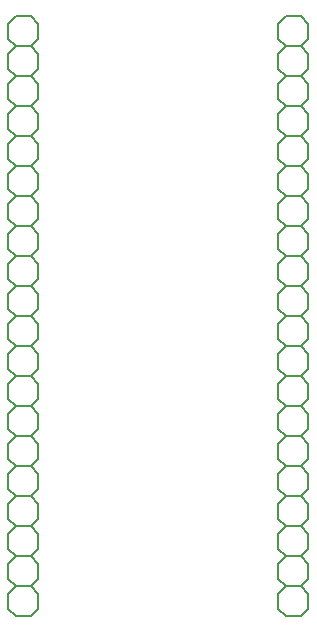
<source format=gbr>
G04 EAGLE Gerber RS-274X export*
G75*
%MOMM*%
%FSLAX34Y34*%
%LPD*%
%INSilkscreen Bottom*%
%IPPOS*%
%AMOC8*
5,1,8,0,0,1.08239X$1,22.5*%
G01*
G04 Define Apertures*
%ADD10C,0.152400*%
D10*
X128670Y210820D02*
X128670Y198120D01*
X135020Y191770D01*
X147720Y191770D01*
X154070Y198120D01*
X128670Y236220D02*
X135020Y242570D01*
X128670Y236220D02*
X128670Y223520D01*
X135020Y217170D01*
X147720Y217170D01*
X154070Y223520D01*
X154070Y236220D01*
X147720Y242570D01*
X135020Y217170D02*
X128670Y210820D01*
X147720Y217170D02*
X154070Y210820D01*
X154070Y198120D01*
X128670Y274320D02*
X128670Y287020D01*
X128670Y274320D02*
X135020Y267970D01*
X147720Y267970D01*
X154070Y274320D01*
X135020Y267970D02*
X128670Y261620D01*
X128670Y248920D01*
X135020Y242570D01*
X147720Y242570D01*
X154070Y248920D01*
X154070Y261620D01*
X147720Y267970D01*
X128670Y312420D02*
X135020Y318770D01*
X128670Y312420D02*
X128670Y299720D01*
X135020Y293370D01*
X147720Y293370D01*
X154070Y299720D01*
X154070Y312420D01*
X147720Y318770D01*
X135020Y293370D02*
X128670Y287020D01*
X147720Y293370D02*
X154070Y287020D01*
X154070Y274320D01*
X128670Y350520D02*
X128670Y363220D01*
X128670Y350520D02*
X135020Y344170D01*
X147720Y344170D01*
X154070Y350520D01*
X135020Y344170D02*
X128670Y337820D01*
X128670Y325120D01*
X135020Y318770D01*
X147720Y318770D01*
X154070Y325120D01*
X154070Y337820D01*
X147720Y344170D01*
X128670Y388620D02*
X135020Y394970D01*
X128670Y388620D02*
X128670Y375920D01*
X135020Y369570D01*
X147720Y369570D01*
X154070Y375920D01*
X154070Y388620D01*
X147720Y394970D01*
X135020Y369570D02*
X128670Y363220D01*
X147720Y369570D02*
X154070Y363220D01*
X154070Y350520D01*
X128670Y426720D02*
X128670Y439420D01*
X128670Y426720D02*
X135020Y420370D01*
X147720Y420370D01*
X154070Y426720D01*
X135020Y420370D02*
X128670Y414020D01*
X128670Y401320D01*
X135020Y394970D01*
X147720Y394970D01*
X154070Y401320D01*
X154070Y414020D01*
X147720Y420370D01*
X128670Y464820D02*
X135020Y471170D01*
X128670Y464820D02*
X128670Y452120D01*
X135020Y445770D01*
X147720Y445770D01*
X154070Y452120D01*
X154070Y464820D01*
X147720Y471170D01*
X135020Y445770D02*
X128670Y439420D01*
X147720Y445770D02*
X154070Y439420D01*
X154070Y426720D01*
X128670Y502920D02*
X128670Y515620D01*
X128670Y502920D02*
X135020Y496570D01*
X147720Y496570D01*
X154070Y502920D01*
X135020Y496570D02*
X128670Y490220D01*
X128670Y477520D01*
X135020Y471170D01*
X147720Y471170D01*
X154070Y477520D01*
X154070Y490220D01*
X147720Y496570D01*
X128670Y541020D02*
X135020Y547370D01*
X128670Y541020D02*
X128670Y528320D01*
X135020Y521970D01*
X147720Y521970D01*
X154070Y528320D01*
X154070Y541020D01*
X147720Y547370D01*
X135020Y521970D02*
X128670Y515620D01*
X147720Y521970D02*
X154070Y515620D01*
X154070Y502920D01*
X128670Y579120D02*
X128670Y591820D01*
X128670Y579120D02*
X135020Y572770D01*
X147720Y572770D01*
X154070Y579120D01*
X135020Y572770D02*
X128670Y566420D01*
X128670Y553720D01*
X135020Y547370D01*
X147720Y547370D01*
X154070Y553720D01*
X154070Y566420D01*
X147720Y572770D01*
X128670Y617220D02*
X135020Y623570D01*
X128670Y617220D02*
X128670Y604520D01*
X135020Y598170D01*
X147720Y598170D01*
X154070Y604520D01*
X154070Y617220D01*
X147720Y623570D01*
X135020Y598170D02*
X128670Y591820D01*
X147720Y598170D02*
X154070Y591820D01*
X154070Y579120D01*
X128670Y655320D02*
X128670Y668020D01*
X128670Y655320D02*
X135020Y648970D01*
X147720Y648970D01*
X154070Y655320D01*
X135020Y648970D02*
X128670Y642620D01*
X128670Y629920D01*
X135020Y623570D01*
X147720Y623570D01*
X154070Y629920D01*
X154070Y642620D01*
X147720Y648970D01*
X147720Y674370D02*
X135020Y674370D01*
X128670Y668020D01*
X147720Y674370D02*
X154070Y668020D01*
X154070Y655320D01*
X128670Y185420D02*
X128670Y172720D01*
X135020Y166370D01*
X147720Y166370D01*
X154070Y172720D01*
X135020Y191770D02*
X128670Y185420D01*
X147720Y191770D02*
X154070Y185420D01*
X154070Y172720D01*
X357270Y198120D02*
X357270Y210820D01*
X357270Y198120D02*
X363620Y191770D01*
X376320Y191770D01*
X382670Y198120D01*
X357270Y236220D02*
X363620Y242570D01*
X357270Y236220D02*
X357270Y223520D01*
X363620Y217170D01*
X376320Y217170D01*
X382670Y223520D01*
X382670Y236220D01*
X376320Y242570D01*
X363620Y217170D02*
X357270Y210820D01*
X376320Y217170D02*
X382670Y210820D01*
X382670Y198120D01*
X357270Y274320D02*
X357270Y287020D01*
X357270Y274320D02*
X363620Y267970D01*
X376320Y267970D01*
X382670Y274320D01*
X363620Y267970D02*
X357270Y261620D01*
X357270Y248920D01*
X363620Y242570D01*
X376320Y242570D01*
X382670Y248920D01*
X382670Y261620D01*
X376320Y267970D01*
X357270Y312420D02*
X363620Y318770D01*
X357270Y312420D02*
X357270Y299720D01*
X363620Y293370D01*
X376320Y293370D01*
X382670Y299720D01*
X382670Y312420D01*
X376320Y318770D01*
X363620Y293370D02*
X357270Y287020D01*
X376320Y293370D02*
X382670Y287020D01*
X382670Y274320D01*
X357270Y350520D02*
X357270Y363220D01*
X357270Y350520D02*
X363620Y344170D01*
X376320Y344170D01*
X382670Y350520D01*
X363620Y344170D02*
X357270Y337820D01*
X357270Y325120D01*
X363620Y318770D01*
X376320Y318770D01*
X382670Y325120D01*
X382670Y337820D01*
X376320Y344170D01*
X357270Y388620D02*
X363620Y394970D01*
X357270Y388620D02*
X357270Y375920D01*
X363620Y369570D01*
X376320Y369570D01*
X382670Y375920D01*
X382670Y388620D01*
X376320Y394970D01*
X363620Y369570D02*
X357270Y363220D01*
X376320Y369570D02*
X382670Y363220D01*
X382670Y350520D01*
X357270Y426720D02*
X357270Y439420D01*
X357270Y426720D02*
X363620Y420370D01*
X376320Y420370D01*
X382670Y426720D01*
X363620Y420370D02*
X357270Y414020D01*
X357270Y401320D01*
X363620Y394970D01*
X376320Y394970D01*
X382670Y401320D01*
X382670Y414020D01*
X376320Y420370D01*
X357270Y464820D02*
X363620Y471170D01*
X357270Y464820D02*
X357270Y452120D01*
X363620Y445770D01*
X376320Y445770D01*
X382670Y452120D01*
X382670Y464820D01*
X376320Y471170D01*
X363620Y445770D02*
X357270Y439420D01*
X376320Y445770D02*
X382670Y439420D01*
X382670Y426720D01*
X357270Y502920D02*
X357270Y515620D01*
X357270Y502920D02*
X363620Y496570D01*
X376320Y496570D01*
X382670Y502920D01*
X363620Y496570D02*
X357270Y490220D01*
X357270Y477520D01*
X363620Y471170D01*
X376320Y471170D01*
X382670Y477520D01*
X382670Y490220D01*
X376320Y496570D01*
X357270Y541020D02*
X363620Y547370D01*
X357270Y541020D02*
X357270Y528320D01*
X363620Y521970D01*
X376320Y521970D01*
X382670Y528320D01*
X382670Y541020D01*
X376320Y547370D01*
X363620Y521970D02*
X357270Y515620D01*
X376320Y521970D02*
X382670Y515620D01*
X382670Y502920D01*
X357270Y579120D02*
X357270Y591820D01*
X357270Y579120D02*
X363620Y572770D01*
X376320Y572770D01*
X382670Y579120D01*
X363620Y572770D02*
X357270Y566420D01*
X357270Y553720D01*
X363620Y547370D01*
X376320Y547370D01*
X382670Y553720D01*
X382670Y566420D01*
X376320Y572770D01*
X357270Y617220D02*
X363620Y623570D01*
X357270Y617220D02*
X357270Y604520D01*
X363620Y598170D01*
X376320Y598170D01*
X382670Y604520D01*
X382670Y617220D01*
X376320Y623570D01*
X363620Y598170D02*
X357270Y591820D01*
X376320Y598170D02*
X382670Y591820D01*
X382670Y579120D01*
X357270Y655320D02*
X357270Y668020D01*
X357270Y655320D02*
X363620Y648970D01*
X376320Y648970D01*
X382670Y655320D01*
X363620Y648970D02*
X357270Y642620D01*
X357270Y629920D01*
X363620Y623570D01*
X376320Y623570D01*
X382670Y629920D01*
X382670Y642620D01*
X376320Y648970D01*
X376320Y674370D02*
X363620Y674370D01*
X357270Y668020D01*
X376320Y674370D02*
X382670Y668020D01*
X382670Y655320D01*
X357270Y185420D02*
X357270Y172720D01*
X363620Y166370D01*
X376320Y166370D01*
X382670Y172720D01*
X363620Y191770D02*
X357270Y185420D01*
X376320Y191770D02*
X382670Y185420D01*
X382670Y172720D01*
M02*

</source>
